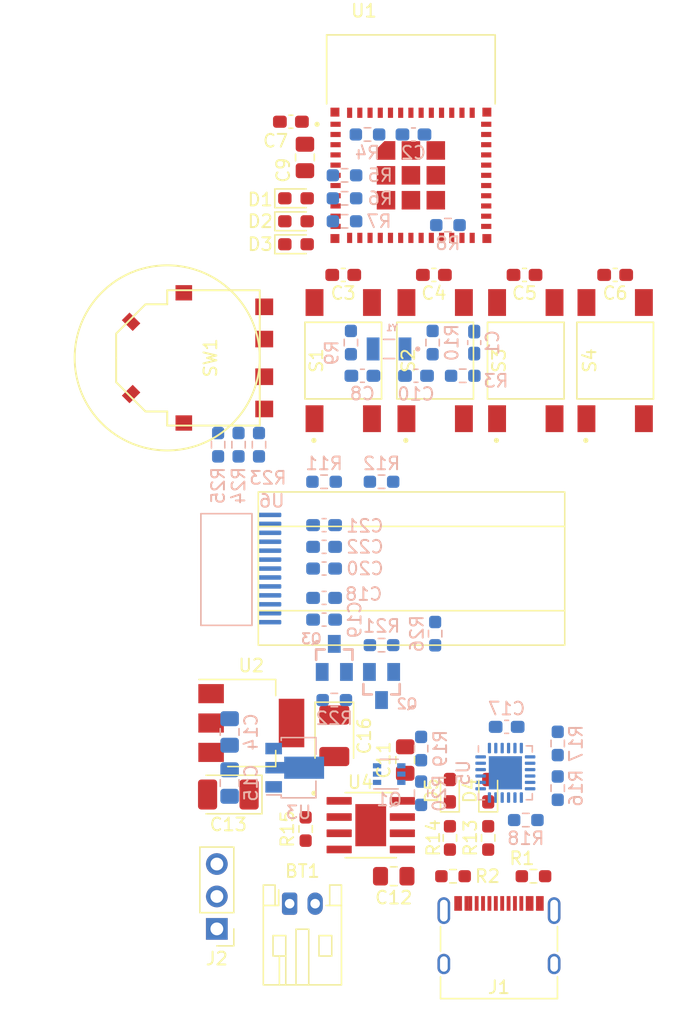
<source format=kicad_pcb>
(kicad_pcb (version 20211014) (generator pcbnew)
  (layers (0 "F.Cu" signal) (1 "In1.Cu" signal) (2 "In2.Cu" signal) (31 "B.Cu" signal) (34 "B.Paste" user) (35 "F.Paste" user) (36 "B.SilkS" user "B.Silkscreen") (37 "F.SilkS" user "F.Silkscreen") (38 "B.Mask" user) (39 "F.Mask" user) (44 "Edge.Cuts" user))
  (net 0 "")
  (net 1 "/Power/VBAT")
  (net 2 "GND")
  (net 3 "/MCU/IO0")
  (net 4 "/MCU/EN")
  (net 5 "/MCU/STRIG")
  (net 6 "/MCU/FTRIG")
  (net 7 "+3V3")
  (net 8 "Net-(C8-Pad1)")
  (net 9 "Net-(C10-Pad1)")
  (net 10 "/VBUS")
  (net 11 "Net-(C13-Pad1)")
  (net 12 "/MCU/9V")
  (net 13 "Net-(C18-Pad1)")
  (net 14 "Net-(D1-Pad2)")
  (net 15 "Net-(D2-Pad2)")
  (net 16 "Net-(D3-Pad2)")
  (net 17 "Net-(D4-Pad1)")
  (net 18 "Net-(D5-Pad1)")
  (net 19 "Net-(J1-PadA5)")
  (net 20 "/DP")
  (net 21 "/DN")
  (net 23 "Net-(J1-PadB5)")
  (net 26 "/Comms/DTR")
  (net 27 "Net-(Q1-Pad2)")
  (net 28 "/Comms/RTS")
  (net 29 "Net-(Q1-Pad5)")
  (net 30 "Net-(Q2-Pad3)")
  (net 31 "/MCU/DIS_EN")
  (net 32 "Net-(R5-Pad2)")
  (net 33 "Net-(R6-Pad2)")
  (net 34 "Net-(R7-Pad2)")
  (net 35 "Net-(R8-Pad1)")
  (net 36 "Net-(R9-Pad1)")
  (net 37 "Net-(R10-Pad1)")
  (net 38 "/MCU/Interfaces/I2C.SDA")
  (net 39 "/MCU/Interfaces/I2C.SCL")
  (net 40 "Net-(R13-Pad2)")
  (net 41 "Net-(R14-Pad2)")
  (net 42 "Net-(R15-Pad2)")
  (net 43 "Net-(R16-Pad2)")
  (net 44 "Net-(R18-Pad2)")
  (net 45 "/MCU/Interfaces/A0")
  (net 46 "/MCU/Interfaces/A1")
  (net 47 "/MCU/Interfaces/A2")
  (net 48 "/MCU/Interfaces/IREF")
  (net 54 "/Comms/RX")
  (net 55 "/Comms/TX")
  (net 60 "/MCU/RST")
  (net 77 "/MCU/Interfaces/CS")
  (net 78 "/MCU/Interfaces/D{slash}C")
  (footprint "Resistor_SMD:R_0603_1608Metric_Pad0.98x0.95mm_HandSolder" (layer "F.Cu") (at 134.5 150.3 180)
    (fp_text reference "R2" (at -2.7 0) (layer "F.SilkS"))
    (fp_text value "5k1")
    (pad "1" smd roundrect (at -0.9125 0 180) (size 0.975 0.95) (layers "F.Cu" "F.Paste" "F.Mask") (net 19 "Net-(J1-PadA5)"))
    (pad "2" smd roundrect (at 0.9125 0 180) (size 0.975 0.95) (layers "F.Cu" "F.Paste" "F.Mask") (net 2 "GND"))
  )
  (footprint "footprint:SW_4-1437565-2" (layer "F.Cu") (at 125.9 109.9125 90)
    (fp_text reference "S1" (at 0 -2.1 90) (layer "F.SilkS"))
    (fp_text value "4-1437565-2")
    (pad "1" smd rect locked (at -4.55 -2.25 90) (size 2.1 1.4) (layers "F.Cu" "F.Paste" "F.Mask") (net 2 "GND"))
    (pad "2" smd rect locked (at 4.55 -2.25 90) (size 2.1 1.4) (layers "F.Cu" "F.Paste" "F.Mask") (net 2 "GND"))
    (pad "3" smd rect locked (at -4.55 2.25 90) (size 2.1 1.4) (layers "F.Cu" "F.Paste" "F.Mask") (net 3 "/MCU/IO0"))
    (pad "4" smd rect locked (at 4.55 2.25 90) (size 2.1 1.4) (layers "F.Cu" "F.Paste" "F.Mask") (net 3 "/MCU/IO0"))
  )
  (footprint "Capacitor_Tantalum_SMD:CP_EIA-3528-21_Kemet-B_Pad1.50x2.35mm_HandSolder" (layer "F.Cu") (at 116.9 143.9 180)
    (fp_text reference "C13" (at 0 -2.35) (layer "F.SilkS"))
    (fp_text value "10u")
    (pad "1" smd roundrect (at -1.625 0 180) (size 1.5 2.35) (layers "F.Cu" "F.Paste" "F.Mask") (roundrect_rratio 0.166667) (net 11 "Net-(C13-Pad1)"))
    (pad "2" smd roundrect (at 1.625 0 180) (size 1.5 2.35) (layers "F.Cu" "F.Paste" "F.Mask") (roundrect_rratio 0.166667) (net 2 "GND"))
  )
  (footprint "LED_SMD:LED_0603_1608Metric_Pad1.05x0.95mm_HandSolder" (layer "F.Cu") (at 122.2 100.8)
    (fp_text reference "D3" (at -2.8 0) (layer "F.SilkS"))
    (fp_text value "LED_Small")
    (pad "1" smd roundrect (at -0.875 0) (size 1.05 0.95) (layers "F.Cu" "F.Paste" "F.Mask") (net 2 "GND"))
    (pad "2" smd roundrect (at 0.875 0) (size 1.05 0.95) (layers "F.Cu" "F.Paste" "F.Mask") (net 16 "Net-(D3-Pad2)"))
  )
  (footprint "LED_SMD:LED_0603_1608Metric_Pad1.05x0.95mm_HandSolder" (layer "F.Cu") (at 134.255 143.6 90)
    (fp_text reference "D5" (at 0 -1.43 90) (layer "F.SilkS"))
    (fp_text value "RED")
    (pad "1" smd roundrect (at -0.875 0 90) (size 1.05 0.95) (layers "F.Cu" "F.Paste" "F.Mask") (net 18 "Net-(D5-Pad1)"))
    (pad "2" smd roundrect (at 0.875 0 90) (size 1.05 0.95) (layers "F.Cu" "F.Paste" "F.Mask") (net 10 "/VBUS"))
  )
  (footprint "Capacitor_SMD:C_0805_2012Metric_Pad1.18x1.45mm_HandSolder" (layer "F.Cu") (at 130.755 141.2 90)
    (fp_text reference "C11" (at 0 -1.68 90) (layer "F.SilkS"))
    (fp_text value "10u")
    (pad "1" smd roundrect (at -1.0375 0 90) (size 1.175 1.45) (layers "F.Cu" "F.Paste" "F.Mask") (roundrect_rratio 0.212766) (net 10 "/VBUS"))
    (pad "2" smd roundrect (at 1.0375 0 90) (size 1.175 1.45) (layers "F.Cu" "F.Paste" "F.Mask") (roundrect_rratio 0.212766) (net 2 "GND"))
  )
  (footprint "Resistor_SMD:R_0603_1608Metric_Pad0.98x0.95mm_HandSolder" (layer "F.Cu") (at 137.255 147.3 90)
    (fp_text reference "R13" (at 0 -1.4 90) (layer "F.SilkS"))
    (fp_text value "1k")
    (pad "1" smd roundrect (at -0.9125 0 90) (size 0.975 0.95) (layers "F.Cu" "F.Paste" "F.Mask") (net 17 "Net-(D4-Pad1)"))
    (pad "2" smd roundrect (at 0.9125 0 90) (size 0.975 0.95) (layers "F.Cu" "F.Paste" "F.Mask") (net 40 "Net-(R13-Pad2)"))
  )
  (footprint "Capacitor_SMD:C_0603_1608Metric_Pad1.08x0.95mm_HandSolder" (layer "F.Cu") (at 121.8 91.2 180)
    (fp_text reference "C7" (at 1.2 -1.5) (layer "F.SilkS"))
    (fp_text value "0u1")
    (pad "1" smd roundrect (at -0.8625 0 180) (size 1.075 0.95) (layers "F.Cu" "F.Paste" "F.Mask") (net 7 "+3V3"))
    (pad "2" smd roundrect (at 0.8625 0 180) (size 1.075 0.95) (layers "F.Cu" "F.Paste" "F.Mask") (net 2 "GND"))
  )
  (footprint "Capacitor_SMD:C_0603_1608Metric_Pad1.08x0.95mm_HandSolder" (layer "F.Cu") (at 140.1 103.2 180)
    (fp_text reference "C5" (at 0 -1.43) (layer "F.SilkS"))
    (fp_text value "0u1")
    (pad "1" smd roundrect (at -0.8625 0 180) (size 1.075 0.95) (layers "F.Cu" "F.Paste" "F.Mask") (net 5 "/MCU/STRIG"))
    (pad "2" smd roundrect (at 0.8625 0 180) (size 1.075 0.95) (layers "F.Cu" "F.Paste" "F.Mask") (net 2 "GND"))
  )
  (footprint "footprint:SW_4-1437565-2" (layer "F.Cu") (at 140.2 109.9125 90)
    (fp_text reference "S3" (at 0 -2.1 90) (layer "F.SilkS"))
    (fp_text value "4-1437565-2")
    (pad "1" smd rect locked (at -4.55 -2.25 90) (size 2.1 1.4) (layers "F.Cu" "F.Paste" "F.Mask") (net 2 "GND"))
    (pad "2" smd rect locked (at 4.55 -2.25 90) (size 2.1 1.4) (layers "F.Cu" "F.Paste" "F.Mask") (net 2 "GND"))
    (pad "3" smd rect locked (at -4.55 2.25 90) (size 2.1 1.4) (layers "F.Cu" "F.Paste" "F.Mask") (net 5 "/MCU/STRIG"))
    (pad "4" smd rect locked (at 4.55 2.25 90) (size 2.1 1.4) (layers "F.Cu" "F.Paste" "F.Mask") (net 5 "/MCU/STRIG"))
  )
  (footprint "footprint:SW_4-1437565-2" (layer "F.Cu") (at 147.2 109.9125 90)
    (fp_text reference "S4" (at 0 -2 90) (layer "F.SilkS"))
    (fp_text value "4-1437565-2")
    (pad "1" smd rect locked (at -4.55 -2.25 90) (size 2.1 1.4) (layers "F.Cu" "F.Paste" "F.Mask") (net 2 "GND"))
    (pad "2" smd rect locked (at 4.55 -2.25 90) (size 2.1 1.4) (layers "F.Cu" "F.Paste" "F.Mask") (net 2 "GND"))
    (pad "3" smd rect locked (at -4.55 2.25 90) (size 2.1 1.4) (layers "F.Cu" "F.Paste" "F.Mask") (net 6 "/MCU/FTRIG"))
    (pad "4" smd rect locked (at 4.55 2.25 90) (size 2.1 1.4) (layers "F.Cu" "F.Paste" "F.Mask") (net 6 "/MCU/FTRIG"))
  )
  (footprint "footprint:SIQ-02FVS3" (layer "F.Cu") (at 113.3625 109.7 90)
    (fp_text reference "SW1" (at 0 2.1375 90 unlocked) (layer "F.SilkS"))
    (fp_text value "RotaryEncoder_Switch")
    (pad "" np_thru_hole circle (at 3 3.25 90) (size 1.55 1.55) (drill 1.55) (layers *.Cu *.Mask))
    (pad "" np_thru_hole circle (at -3 3.25 90) (size 1.55 1.55) (drill 1.55) (layers *.Cu *.Mask))
    (pad "A" smd rect (at -4 6.35 90) (size 1.3 1.4) (layers "F.Cu" "F.Paste" "F.Mask") (net 45 "/MCU/Interfaces/A0"))
    (pad "B" smd rect (at 4 6.35 90) (size 1.3 1.4) (layers "F.Cu" "F.Paste" "F.Mask") (net 46 "/MCU/Interfaces/A1"))
    (pad "C" smd rect (at 1.475 6.35 90) (size 1.3 1.4) (layers "F.Cu" "F.Paste" "F.Mask") (net 2 "GND"))
    (pad "M" smd rect (at -2.83 -4.08 135) (size 0.85 1.2) (layers "F.Cu" "F.Paste" "F.Mask"))
    (pad "M" smd rect (at 5.1 0.05 90) (size 1.2 1.3) (layers "F.Cu" "F.Paste" "F.Mask"))
    (pad "M" smd rect (at -5.1 0.05 90) (size 1.2 1.3) (layers "F.Cu" "F.Paste" "F.Mask"))
    (pad "M" smd rect (at 2.83 -4.08 225) (size 0.85 1.2) (layers "F.Cu" "F.Paste" "F.Mask"))
    (pad "S" smd rect (at -1.475 6.35 90) (size 1.3 1.4) (layers "F.Cu" "F.Paste" "F.Mask") (net 47 "/MCU/Interfaces/A2"))
  )
  (footprint "Package_TO_SOT_SMD:SOT-223-3_TabPin2" (layer "F.Cu") (at 118.7 138.3)
    (fp_text reference "U2" (at 0 -4.5) (layer "F.SilkS"))
    (fp_text value "AZ1117-3.3")
    (pad "1" smd rect (at -3.15 -2.3) (size 2 1.5) (layers "F.Cu" "F.Paste" "F.Mask") (net 2 "GND"))
    (pad "2" smd rect (at 3.15 0) (size 2 3.8) (layers "F.Cu" "F.Paste" "F.Mask") (net 7 "+3V3"))
    (pad "2" smd rect (at -3.15 0) (size 2 1.5) (layers "F.Cu" "F.Paste" "F.Mask") (net 7 "+3V3"))
    (pad "3" smd rect (at -3.15 2.3) (size 2 1.5) (layers "F.Cu" "F.Paste" "F.Mask") (net 11 "Net-(C13-Pad1)"))
  )
  (footprint "LED_SMD:LED_0603_1608Metric_Pad1.05x0.95mm_HandSolder" (layer "F.Cu") (at 137.255 143.6 90)
    (fp_text reference "D4" (at 0 -1.43 90) (layer "F.SilkS"))
    (fp_text value "GREEN")
    (pad "1" smd roundrect (at -0.875 0 90) (size 1.05 0.95) (layers "F.Cu" "F.Paste" "F.Mask") (net 17 "Net-(D4-Pad1)"))
    (pad "2" smd roundrect (at 0.875 0 90) (size 1.05 0.95) (layers "F.Cu" "F.Paste" "F.Mask") (net 10 "/VBUS"))
  )
  (footprint "Connector_USB:USB_C_Receptacle_XKB_U262-16XN-4BVC11" (layer "F.Cu") (at 138.1 156.1)
    (fp_text reference "J1" (at 0 2.9) (layer "F.SilkS"))
    (fp_text value "USB_C_Receptacle_USB2.0")
    (pad "" np_thru_hole circle (at -2.89 -2.605) (size 0.65 0.65) (drill 0.65) (layers *.Cu *.Mask))
    (pad "" np_thru_hole circle (at 2.89 -2.605) (size 0.65 0.65) (drill 0.65) (layers *.Cu *.Mask))
    (pad "A1" smd rect (at -3.35 -3.67) (size 0.3 1.15) (layers "F.Cu" "F.Paste" "F.Mask") (net 2 "GND"))
    (pad "A4" smd rect (at -2.55 -3.67) (size 0.3 1.15) (layers "F.Cu" "F.Paste" "F.Mask") (net 10 "/VBUS"))
    (pad "A5" smd rect (at -1.25 -3.67) (size 0.3 1.15) (layers "F.Cu" "F.Paste" "F.Mask") (net 19 "Net-(J1-PadA5)"))
    (pad "A6" smd rect (at -0.25 -3.67) (size 0.3 1.15) (layers "F.Cu" "F.Paste" "F.Mask") (net 20 "/DP"))
    (pad "A7" smd rect (at 0.25 -3.67) (size 0.3 1.15) (layers "F.Cu" "F.Paste" "F.Mask") (net 21 "/DN"))
    (pad "A8" smd rect (at 1.25 -3.67) (size 0.3 1.15) (layers "F.Cu" "F.Paste" "F.Mask"))
    (pad "A9" smd rect (at 2.55 -3.67) (size 0.3 1.15) (layers "F.Cu" "F.Paste" "F.Mask") (net 10 "/VBUS"))
    (pad "A12" smd rect (at 3.35 -3.67) (size 0.3 1.15) (layers "F.Cu" "F.Paste" "F.Mask") (net 2 "GND"))
    (pad "B1" smd rect (at 3.05 -3.67) (size 0.3 1.15) (layers "F.Cu" "F.Paste" "F.Mask") (net 2 "GND"))
    (pad "B4" smd rect (at 2.25 -3.67) (size 0.3 1.15) (layers "F.Cu" "F.Paste" "F.Mask") (net 10 "/VBUS"))
    (pad "B5" smd rect (at 1.75 -3.67) (size 0.3 1.15) (layers "F.Cu" "F.Paste" "F.Mask") (net 23 "Net-(J1-PadB5)"))
    (pad "B6" smd rect (at 0.75 -3.67) (size 0.3 1.15) (layers "F.Cu" "F.Paste" "F.Mask") (net 20 "/DP"))
    (pad "B7" smd rect (at -0.75 -3.67) (size 0.3 1.15) (layers "F.Cu" "F.Paste" "F.Mask") (net 21 "/DN"))
    (pad "B8" smd rect (at -1.75 -3.67) (size 0.3 1.15) (layers "F.Cu" "F.Paste" "F.Mask"))
    (pad "B9" smd rect (at -2.25 -3.67) (size 0.3 1.15) (layers "F.Cu" "F.Paste" "F.Mask") (net 10 "/VBUS"))
    (pad "B12" smd rect (at -3.05 -3.67) (size 0.3 1.15) (layers "F.Cu" "F.Paste" "F.Mask") (net 2 "GND"))
    (pad "S1" thru_hole oval (at 4.32 -3.105) (size 1 2.1) (drill oval 0.6 1.7) (layers *.Cu *.Mask) (net 2 "GND"))
    (pad "S1" thru_hole oval (at -4.32 -3.105) (size 1 2.1) (drill oval 0.6 1.7) (layers *.Cu *.Mask) (net 2 "GND"))
    (pad "S1" thru_hole oval (at -4.32 1.075) (size 1 1.6) (drill oval 0.6 1.2) (layers *.Cu *.Mask) (net 2 "GND"))
    (pad "S1" thru_hole oval (at 4.32 1.075) (size 1 1.6) (drill oval 0.6 1.2) (layers *.Cu *.Mask) (net 2 "GND"))
  )
  (footprint "Capacitor_SMD:C_0603_1608Metric_Pad1.08x0.95mm_HandSolder" (layer "F.Cu") (at 133 103.2 180)
    (fp_text reference "C4" (at 0 -1.43) (layer "F.SilkS"))
    (fp_text value "0u1")
    (pad "1" smd roundrect (at -0.8625 0 180) (size 1.075 0.95) (layers "F.Cu" "F.Paste" "F.Mask") (net 4 "/MCU/EN"))
    (pad "2" smd roundrect (at 0.8625 0 180) (size 1.075 0.95) (layers "F.Cu" "F.Paste" "F.Mask") (net 2 "GND"))
  )
  (footprint "Capacitor_Tantalum_SMD:CP_EIA-3528-21_Kemet-B_Pad1.50x2.35mm_HandSolder" (layer "F.Cu") (at 125.2 139.3 -90)
    (fp_text reference "C16" (at 0 -2.35 90) (layer "F.SilkS"))
    (fp_text value "22u")
    (pad "1" smd roundrect (at -1.625 0 270) (size 1.5 2.35) (layers "F.Cu" "F.Paste" "F.Mask") (roundrect_rratio 0.166667) (net 7 "+3V3"))
    (pad "2" smd roundrect (at 1.625 0 270) (size 1.5 2.35) (layers "F.Cu" "F.Paste" "F.Mask") (roundrect_rratio 0.166667) (net 2 "GND"))
  )
  (footprint "Capacitor_SMD:C_0603_1608Metric_Pad1.08x0.95mm_HandSolder" (layer "F.Cu") (at 125.9 103.2 180)
    (fp_text reference "C3" (at 0 -1.43) (layer "F.SilkS"))
    (fp_text value "0u1")
    (pad "1" smd roundrect (at -0.8625 0 180) (size 1.075 0.95) (layers "F.Cu" "F.Paste" "F.Mask") (net 3 "/MCU/IO0"))
    (pad "2" smd roundrect (at 0.8625 0 180) (size 1.075 0.95) (layers "F.Cu" "F.Paste" "F.Mask") (net 2 "GND"))
  )
  (footprint "Capacitor_SMD:C_0805_2012Metric_Pad1.18x1.45mm_HandSolder" (layer "F.Cu") (at 129.855 150.3 180)
    (fp_text reference "C12" (at 0 -1.68) (layer "F.SilkS"))
    (fp_text value "10u")
    (pad "1" smd roundrect (at -1.0375 0 180) (size 1.175 1.45) (layers "F.Cu" "F.Paste" "F.Mask") (roundrect_rratio 0.212766) (net 1 "/Power/VBAT"))
    (pad "2" smd roundrect (at 1.0375 0 180) (size 1.175 1.45) (layers "F.Cu" "F.Paste" "F.Mask") (roundrect_rratio 0.212766) (net 2 "GND"))
  )
  (footprint "LED_SMD:LED_0603_1608Metric_Pad1.05x0.95mm_HandSolder" (layer "F.Cu") (at 122.2 99)
    (fp_text reference "D2" (at -2.8 0) (layer "F.SilkS"))
    (fp_text value "LED_Small")
    (pad "1" smd roundrect (at -0.875 0) (size 1.05 0.95) (layers "F.Cu" "F.Paste" "F.Mask") (net 2 "GND"))
    (pad "2" smd roundrect (at 0.875 0) (size 1.05 0.95) (layers "F.Cu" "F.Paste" "F.Mask") (net 15 "Net-(D2-Pad2)"))
  )
  (footprint "footprint:SW_4-1437565-2" (layer "F.Cu") (at 133.1 109.9125 90)
    (fp_text reference "S2" (at 0 -2.1 90) (layer "F.SilkS"))
    (fp_text value "4-1437565-2")
    (pad "1" smd rect locked (at -4.55 -2.25 90) (size 2.1 1.4) (layers "F.Cu" "F.Paste" "F.Mask") (net 2 "GND"))
    (pad "2" smd rect locked (at 4.55 -2.25 90) (size 2.1 1.4) (layers "F.Cu" "F.Paste" "F.Mask") (net 2 "GND"))
    (pad "3" smd rect locked (at -4.55 2.25 90) (size 2.1 1.4) (layers "F.Cu" "F.Paste" "F.Mask") (net 4 "/MCU/EN"))
    (pad "4" smd rect locked (at 4.55 2.25 90) (size 2.1 1.4) (layers "F.Cu" "F.Paste" "F.Mask") (net 4 "/MCU/EN"))
  )
  (footprint "Connector_JST:JST_PH_S2B-PH-K_1x02_P2.00mm_Horizontal" (layer "F.Cu") (at 121.7 152.45)
    (fp_text reference "BT1" (at 1 -2.55) (layer "F.SilkS"))
    (fp_text value "18650")
    (pad "1" thru_hole roundrect (at 0 0) (size 1.2 1.75) (drill 0.75) (layers *.Cu *.Mask) (roundrect_rratio 0.208333) (net 1 "/Power/VBAT"))
    (pad "2" thru_hole oval (at 2 0) (size 1.2 1.75) (drill 0.75) (layers *.Cu *.Mask) (net 2 "GND"))
  )
  (footprint "Resistor_SMD:R_0603_1608Metric_Pad0.98x0.95mm_HandSolder" (layer "F.Cu") (at 134.255 147.3 -90)
    (fp_text reference "R14" (at 0 1.3 90) (layer "F.SilkS"))
    (fp_text value "1k")
    (pad "1" smd roundrect (at -0.9125 0 270) (size 0.975 0.95) (layers "F.Cu" "F.Paste" "F.Mask") (net 18 "Net-(D5-Pad1)"))
    (pad "2" smd roundrect (at 0.9125 0 270) (size 0.975 0.95) (layers "F.Cu" "F.Paste" "F.Mask") (net 41 "Net-(R14-Pad2)"))
  )
  (footprint "Resistor_SMD:R_0603_1608Metric_Pad0.98x0.95mm_HandSolder" (layer "F.Cu") (at 122.955 146.6 90)
    (fp_text reference "R15" (at 0 -1.43 90) (layer "F.SilkS"))
    (fp_text value "1k33")
    (pad "1" smd roundrect (at -0.9125 0 90) (size 0.975 0.95) (layers "F.Cu" "F.Paste" "F.Mask") (net 2 "GND"))
    (pad "2" smd roundrect (at 0.9125 0 90) (size 0.975 0.95) (layers "F.Cu" "F.Paste" "F.Mask") (net 42 "Net-(R15-Pad2)"))
  )
  (footprint "Capacitor_SMD:C_0603_1608Metric_Pad1.08x0.95mm_HandSolder" (layer "F.Cu") (at 147.2 103.2 180)
    (fp_text reference "C6" (at 0 -1.43) (layer "F.SilkS"))
    (fp_text value "0u1")
    (pad "1" smd roundrect (at -0.8625 0 180) (size 1.075 0.95) (layers "F.Cu" "F.Paste" "F.Mask") (net 6 "/MCU/FTRIG"))
    (pad "2" smd roundrect (at 0.8625 0 180) (size 1.075 0.95) (layers "F.Cu" "F.Paste" "F.Mask") (net 2 "GND"))
  )
  (footprint "Resistor_SMD:R_0603_1608Metric_Pad0.98x0.95mm_HandSolder" (layer "F.Cu") (at 140.8 150.3)
    (fp_text reference "R1" (at -0.9 -1.4) (layer "F.SilkS"))
    (fp_text value "5k1")
    (pad "1" smd roundrect (at -0.9125 0) (size 0.975 0.95) (layers "F.Cu" "F.Paste" "F.Mask") (net 23 "Net-(J1-PadB5)"))
    (pad "2" smd roundrect (at 0.9125 0) (size 0.975 0.95) (layers "F.Cu" "F.Paste" "F.Mask") (net 2 "GND"))
  )
  (footprint "LED_SMD:LED_0603_1608Metric_Pad1.05x0.95mm_HandSolder" (layer "F.Cu") (at 122.2 97.2)
    (fp_text reference "D1" (at -2.8 0.1) (layer "F.SilkS"))
    (fp_text value "LED_Small")
    (pad "1" smd roundrect (at -0.875 0) (size 1.05 0.95) (layers "F.Cu" "F.Paste" "F.Mask") (net 2 "GND"))
    (pad "2" smd roundrect (at 0.875 0) (size 1.05 0.95) (layers "F.Cu" "F.Paste" "F.Mask") (net 14 "Net-(D1-Pad2)"))
  )
  (footprint "footprint:MODULE_ESP32-PICO-MINI-02" (layer "F.Cu") (at 131.2 95.4)
    (fp_text reference "U1" (at -3.675 -12.885) (layer "F.SilkS"))
    (fp_text value "ESP32-PICO-MINI-02")
    (pad "1" smd rect locked (at -5.9 -4) (size 0.8 0.4) (layers "F.Cu" "F.Paste" "F.Mask") (net 2 "GND"))
    (pad "2" smd rect locked (at -5.9 -3.2) (size 0.8 0.4) (layers "F.Cu" "F.Paste" "F.Mask") (net 2 "GND"))
    (pad "3" smd rect locked (at -5.9 -2.4) (size 0.8 0.4) (layers "F.Cu" "F.Paste" "F.Mask") (net 7 "+3V3"))
    (pad "4" smd rect locked (at -5.9 -1.6) (size 0.8 0.4) (layers "F.Cu" "F.Paste" "F.Mask"))
    (pad "5" smd rect locked (at -5.9 -0.8) (size 0.8 0.4) (layers "F.Cu" "F.Paste" "F.Mask") (net 32 "Net-(R5-Pad2)"))
    (pad "6" smd rect locked (at -5.9 0) (size 0.8 0.4) (layers "F.Cu" "F.Paste" "F.Mask") (net 33 "Net-(R6-Pad2)"))
    (pad "7" smd rect locked (at -5.9 0.8) (size 0.8 0.4) (layers "F.Cu" "F.Paste" "F.Mask") (net 34 "Net-(R7-Pad2)"))
    (pad "8" smd rect locked (at -5.9 1.6) (size 0.8 0.4) (layers "F.Cu" "F.Paste" "F.Mask") (net 4 "/MCU/EN"))
    (pad "9" smd rect locked (at -5.9 2.4) (size 0.8 0.4) (layers "F.Cu" "F.Paste" "F.Mask"))
    (pad "10" smd rect locked (at -5.9 3.2) (size 0.8 0.4) (layers "F.Cu" "F.Paste" "F.Mask"))
    (pad "11" smd rect locked (at -5.9 4) (size 0.8 0.4) (layers "F.Cu" "F.Paste" "F.Mask") (net 2 "GND"))
    (pad "12" smd rect locked (at -4.8 4.9) (size 0.4 0.8) (layers "F.Cu" "F.Paste" "F.Mask") (net 37 "Net-(R10-Pad1)"))
    (pad "13" smd rect locked (at -4 4.9) (size 0.4 0.8) (layers "F.Cu" "F.Paste" "F.Mask") (net 36 "Net-(R9-Pad1)"))
    (pad "14" smd rect locked (at -3.2 4.9) (size 0.4 0.8) (layers "F.Cu" "F.Paste" "F.Mask") (net 2 "GND"))
    (pad "15" smd rect locked (at -2.4 4.9) (size 0.4 0.8) (layers "F.Cu" "F.Paste" "F.Mask") (net 46 "/MCU/Interfaces/A1"))
    (pad "16" smd rect locked (at -1.6 4.9) (size 0.4 0.8) (layers "F.Cu" "F.Paste" "F.Mask") (net 47 "/MCU/Interfaces/A2"))
    (pad "17" smd rect locked (at -0.8 4.9) (size 0.4 0.8) (layers "F.Cu" "F.Paste" "F.Mask"))
    (pad "18" smd rect locked (at 0 4.9) (size 0.4 0.8) (layers "F.Cu" "F.Paste" "F.Mask") (net 5 "/MCU/STRIG"))
    (pad "19" smd rect locked (at 0.8 4.9) (size 0.4 0.8) (layers "F.Cu" "F.Paste" "F.Mask") (net 35 "Net-(R8-Pad1)"))
    (pad "20" smd rect locked (at 1.6 4.9) (size 0.4 0.8) (layers "F.Cu" "F.Paste" "F.Mask") (net 60 "/MCU/RST"))
    (pad "21" smd rect locked (at 2.4 4.9) (size 0.4 0.8) (layers "F.Cu" "F.Paste" "F.Mask") (net 6 "/MCU/FTRIG"))
    (pad "22" smd rect locked (at 3.2 4.9) (size 0.4 0.8) (layers "F.Cu" "F.Paste" "F.Mask"))
    (pad "23" smd rect locked (at 4 4.9) (size 0.4 0.8) (layers "F.Cu" "F.Paste" "F.Mask") (net 3 "/MCU/IO0"))
    (pad "24" smd rect locked (at 4.8 4.9) (size 0.4 0.8) (layers "F.Cu" "F.Paste" "F.Mask"))
    (pad "25" smd rect locked (at 5.9 4) (size 0.8 0.4) (layers "F.Cu" "F.Paste" "F.Mask"))
    (pad "26" smd rect locked (at 5.9 3.2) (size 0.8 0.4) (layers "F.Cu" "F.Paste" "F.Mask") (net 39 "/MCU/Interfaces/I2C.SCL"))
    (pad "27" smd rect locked (at 5.9 2.4) (size 0.8 0.4) (layers "F.Cu" "F.Paste" "F.Mask"))
    (pad "28" smd rect locked (at 5.9 1.6) (size 0.8 0.4) (layers "F.Cu" "F.Paste" "F.Mask") (net 31 "/MCU/DIS_EN"))
    (pad "29" smd rect locked (at 5.9 0.8) (size 0.8 0.4) (layers "F.Cu" "F.Paste" "F.Mask"))
    (pad "30" smd rect locked (at 5.9 0) (size 0.8 0.4) (layers "F.Cu" "F.Paste" "F.Mask") (net 55 "/Comms/TX"))
    (pad "31" smd rect locked (at 5.9 -0.8) (size 0.8 0.4) (layers "F.Cu" "F.Paste" "F.Mask") (net 54 "/Comms/RX"))
    (pad "32" smd rect locked (at 5.9 -1.6) (size 0.8 0.4) (layers "F.Cu" "F.Paste" "F.Mask"))
    (pad "33" smd rect locked (at 5.9 -2.4) (size 0.8 0.4) (layers "F.Cu" "F.Paste" "F.Mask") (net 38 "/MCU/Interfaces/I2C.SDA"))
    (pad "34" smd rect locked (at 5.9 -3.2) (size 0.8 0.4) (layers "F.Cu" "F.Paste" "F.Mask") (net 45 "/MCU/Interfaces/A0"))
    (pad "35" smd rect locked (at 5.9 -4) (size 0.8 0.4) (layers "F.Cu" "F.Paste" "F.Mask"))
    (pad "36" smd rect locked (at 4.8 -4.9) (size 0.4 0.8) (layers "F.Cu" "F.Paste" "F.Mask") (net 2 "GND"))
    (pad "37" smd rect locked (at 4 -4.9) (size 0.4 0.8) (layers "F.Cu" "F.Paste" "F.Mask") (net 2 "GND"))
    (pad "38" smd rect locked (at 3.2 -4.9) (size 0.4 0.8) (layers "F.Cu" "F.Paste" "F.Mask") (net 2 "GND"))
    (pad "39" smd rect locked (at 2.4 -4.9) (size 0.4 0.8) (layers "F.Cu" "F.Paste" "F.Mask") (net 2 "GND"))
    (pad "40" smd rect locked (at 1.6 -4.9) (size 0.4 0.8) (layers "F.Cu" "F.Paste" "F.Mask") (net 2 "GND"))
    (pad "41" smd rect locked (at 0.8 -4.9) (size 0.4 0.8) (layers "F.Cu" "F.Paste" "F.Mask") (net 2 "GND"))
    (pad "42" smd rect locked (at 0 -4.9) (size 0.4 0.8) (layers "F.Cu" "F.Paste" "F.Mask") (net 2 "GND"))
    (pad "43" smd rect locked (at -0.8 -4.9) (size 0.4 0.8) (layers "F.Cu" "F.Paste" "F.Mask") (net 2 "GND"))
    (pad "44" smd rect locked (at -1.6 -4.9) (size 0.4 0.8) (layers "F.Cu" "F.Paste" "F.Mask") (net 2 "GND"))
    (pad "45" smd rect locked (at -2.4 -4.9) (size 0.4 0.8) (layers "F.Cu" "F.Paste" "F.Mask") (net 2 "GND"))
    (pad "46" smd rect locked (at -3.2 -4.9) (size 0.4 0.8) (layers "F.Cu" "F.Paste" "F.Mask") (net 2 "GND"))
    (pad "47" smd rect locked (at -4 -4.9) (size 0.4 0.8) (layers "F.Cu" "F.Paste" "F.Mask") (net 2 "GND"))
    (pad "48" smd rect locked (at -4.8 -4.9) (size 0.4 0.8) (layers "F.Cu" "F.Paste" "F.Mask") (net 2 "GND"))
    (pad "49" smd rect locked (at 0 0) (size 1.45 1.45) (layers "F.Cu" "F.Paste" "F.Mask") (net 2 "GND"))
    (pad "50" smd rect locked (at 5.95 -4.95) (size 0.7 0.7) (layers "F.Cu" "F.Paste" "F.Mask") (net 2 "GND"))
    (pad "51" smd rect locked (at 5.95 4.95) (size 0.7 0.7) (layers "F.Cu" "F.Paste" "F.Mask") (net 2 "GND"))
    (pad "52" smd rect locked (at -5.95 4.95) (size 0.7 0.7) (layers "F.Cu" "F.Paste" "F.Mask") (net 2 "GND"))
    (pad "53" smd rect locked (at -5.95 -4.95) (size 0.7 0.7) (layers "F.Cu" "F.Paste" "F.Mask") (net 2 "GND"))
    (pad "54" smd rect locked (at -1.95 0) (size 1.45 1.45) (layers "F.Cu" "F.Paste" "F.Mask") (net 2 "GND"))
    (pad "55" smd rect locked (at -1.95 1.95) (size 1.45 1.45) (layers "F.Cu" "F.Paste" "F.Mask") (net 2 "GND"))
    (pad "56" smd rect locked (at 0 1.95) (size 1.45 1.45) (layers "F.Cu" "F.Paste" "F.Mask") (net 2 "GND"))
    (pad "57" smd rect locked (at 1.95 1.95) (size 1.45 1.45) (layers "F.Cu" "F.Paste" "F.Mask") (net 2 "GND"))
    (pad "58" smd rect locked (at 1.95 0) (size 1.45 1.45) (layers "F.Cu" "F.Paste" "F.Mask") (net 2 "GND"))
    (pad "59" smd rect locked (at 1.95 -1.95) (size 1.45 1.45) (layers "F.Cu" "F.Paste" "F.Mask") (net 2 "GND"))
    (pad "60" smd rect locked (at 0 -1.95) (size 1.45 1.45) (layers "F.Cu" "F.Paste" "F.Mask") (net 2 "GND"))
    (pad "61" smd custom locked (at -1.95 -1.95) (size 0.5 0.5) (layers "F.Cu") (net 2 "GND") (options (clearance outline) (anchor rect)) (primitives (gr_poly (pts (xy 0.725 0.725) (xy 0.725 -0.725) (xy -0.125 -0.725) (xy -0.725 -0.125) (xy -0.725 0.725)) (width 0.01) (fill yes))))
  )
  (footprint "footprint:SOP127P600X175-9N" (layer "F.Cu") (at 128.055 146.3)
    (fp_text reference "U4" (at -0.795 -3.362) (layer "F.SilkS"))
    (fp_text value "TP4056")
    (pad "1" smd roundrect locked (at -2.475 -1.905) (size 1.97 0.6) (layers "F.Cu" "F.Paste" "F.Mask") (roundrect_rratio 0.07) (net 2 "GND"))
    (pad "2" smd roundrect locked (at -2.475 -0.635) (size 1.97 0.6) (layers "F.Cu" "F.Paste" "F.Mask") (roundrect_rratio 0.07) (net 42 "Net-(R15-Pad2)"))
    (pad "3" smd roundrect locked (at -2.475 0.635) (size 1.97 0.6) (layers "F.Cu" "F.Paste" "F.Mask") (roundrect_rratio 0.07) (net 2 "GND"))
    (pad "4" smd roundrect locked (at -2.475 1.905) (size 1.97 0.6) (layers "F.Cu" "F.Paste" "F.Mask") (roundrect_rratio 0.07) (net 10 "/VBUS"))
    (pad "5" smd roundrect locked (at 2.475 1.905) (size 1.97 0.6) (layers "F.Cu" "F.Paste" "F.Mask") (roundrect_rratio 0.07) (net 1 "/Power/VBAT"))
    (pad "6" smd roundrect locked (at 2.475 0.635) (size 1.97 0.6) (layers "F.Cu" "F.Paste" "F.Mask") (roundrect_rratio 0.07) (net 40 "Net-(R13-Pad2)"))
    (pad "7" smd roundrect locked (at 2.475 -0.635) (size 1.97 0.6) (layers "F.Cu" "F.Paste" "F.Mask") (roundrect_rratio 0.07) (net 41 "Net-(R14-Pad2)"))
    (pad "8" smd roundrect locked (at 2.475 -1.905) (size 1.97 0.6) (layers "F.Cu" "F.Paste" "F.Mask") (roundrect_rratio 0.07) (net 10 "/VBUS"))
    (pad "9" smd rect locked (at 0 0) (size 2.413 3.302) (layers "F.Cu" "F.Mask") (net 2 "GND"))
  )
  (footprint "Connector_PinHeader_2.54mm:PinHeader_1x03_P2.54mm_Vertical" (layer "F.Cu") (at 116 154.425 180)
    (fp_text reference "J2" (at 0 -2.33) (layer "F.SilkS"))
    (fp_text value "Switch")
    (pad "1" thru_hole rect (at 0 0 180) (size 1.7 1.7) (drill 1) (layers *.Cu *.Mask))
    (pad "2" thru_hole oval (at 0 2.54 180) (size 1.7 1.7) (drill 1) (layers *.Cu *.Mask) (net 1 "/Power/VBAT"))
    (pad "3" thru_hole oval (at 0 5.08 180) (size 1.7 1.7) (drill 1) (layers *.Cu *.Mask) (net 11 "Net-(C13-Pad1)"))
  )
  (footprint "Capacitor_SMD:C_0805_2012Metric_Pad1.18x1.45mm_HandSolder" (layer "F.Cu") (at 122.9 94 -90)
    (fp_text reference "C9" (at 1 1.7 90) (layer "F.SilkS"))
    (fp_text value "10u")
    (pad "1" smd roundrect (at -1.0375 0 270) (size 1.175 1.45) (layers "F.Cu" "F.Paste" "F.Mask") (roundrect_rratio 0.212766) (net 7 "+3V3"))
    (pad "2" smd roundrect (at 1.0375 0 270) (size 1.175 1.45) (layers "F.Cu" "F.Paste" "F.Mask") (roundrect_rratio 0.212766) (net 2 "GND"))
  )
  (footprint "Resistor_SMD:R_0603_1608Metric_Pad0.98x0.95mm_HandSolder" (layer "B.Cu") (at 134.1 99.3)
    (fp_text reference "R8" (at 0 1.43) (layer "B.SilkS") (effects (justify mirror)))
    (fp_text value "50")
    (pad "1" smd roundrect (at -0.9125 0) (size 0.975 0.95) (layers "B.Cu" "B.Paste" "B.Mask") (net 35 "Net-(R8-Pad1)"))
    (pad "2" smd roundrect (at 0.9125 0) (size 0.975 0.95) (layers "B.Cu" "B.Paste" "B.Mask") (net 2 "GND"))
  )
  (footprint "Resistor_SMD:R_0603_1608Metric_Pad0.98x0.95mm_HandSolder" (layer "B.Cu") (at 126 99)
    (fp_text reference "R7" (at 2.7 0) (layer "B.SilkS") (effects (justify mirror)))
    (fp_text value "100")
    (pad "1" smd roundrect (at -0.9125 0) (size 0.975 0.95) (layers "B.Cu" "B.Paste" "B.Mask") (net 16 "Net-(D3-Pad2)"))
    (pad "2" smd roundrect (at 0.9125 0) (size 0.975 0.95) (layers "B.Cu" "B.Paste" "B.Mask") (net 34 "Net-(R7-Pad2)"))
  )
  (footprint "Capacitor_SMD:C_0603_1608Metric_Pad1.08x0.95mm_HandSolder" (layer "B.Cu") (at 124.4 130.2 180)
    (fp_text reference "C19" (at -2.4 0 90) (layer "B.SilkS") (effects (justify mirror)))
    (fp_text value "4u7")
    (pad "1" smd roundrect (at -0.8625 0 180) (size 1.075 0.95) (layers "B.Cu" "B.Paste" "B.Mask") (net 13 "Net-(C18-Pad1)"))
    (pad "2" smd roundrect (at 0.8625 0 180) (size 1.075 0.95) (layers "B.Cu" "B.Paste" "B.Mask") (net 2 "GND"))
  )
  (footprint "Resistor_SMD:R_0603_1608Metric_Pad0.98x0.95mm_HandSolder" (layer "B.Cu") (at 125.2 136.5)
    (fp_text reference "R22" (at 0 1.43) (layer "B.SilkS") (effects (justify mirror)))
    (fp_text value "47k")
    (pad "1" smd roundrect (at -0.9125 0) (size 0.975 0.95) (layers "B.Cu" "B.Paste" "B.Mask") (net 12 "/MCU/9V"))
    (pad "2" smd roundrect (at 0.9125 0) (size 0.975 0.95) (layers "B.Cu" "B.Paste" "B.Mask") (net 30 "Net-(Q2-Pad3)"))
  )
  (footprint "Resistor_SMD:R_0603_1608Metric_Pad0.98x0.95mm_HandSolder" (layer "B.Cu") (at 133.1 131.3 -90)
    (fp_text reference "R26" (at 0 1.43 90) (layer "B.SilkS") (effects (justify mirror)))
    (fp_text value "560k")
    (pad "1" smd roundrect (at -0.9125 0 270) (size 0.975 0.95) (layers "B.Cu" "B.Paste" "B.Mask") (net 48 "/MCU/Interfaces/IREF"))
    (pad "2" smd roundrect (at 0.9125 0 270) (size 0.975 0.95) (layers "B.Cu" "B.Paste" "B.Mask") (net 2 "GND"))
  )
  (footprint "Resistor_SMD:R_0603_1608Metric_Pad0.98x0.95mm_HandSolder" (layer "B.Cu") (at 142.7 143.4 90)
    (fp_text reference "R16" (at 0 1.43 90) (layer "B.SilkS") (effects (justify mirror)))
    (fp_text value "22k1")
    (pad "1" smd roundrect (at -0.9125 0 90) (size 0.975 0.95) (layers "B.Cu" "B.Paste" "B.Mask") (net 10 "/VBUS"))
    (pad "2" smd roundrect (at 0.9125 0 90) (size 0.975 0.95) (layers "B.Cu" "B.Paste" "B.Mask") (net 43 "Net-(R16-Pad2)"))
  )
  (footprint "Capacitor_SMD:C_0805_2012Metric_Pad1.18x1.45mm_HandSolder" (layer "B.Cu") (at 117 139 90)
    (fp_text reference "C14" (at 0 1.68 90) (layer "B.SilkS") (effects (justify mirror)))
    (fp_text value "0u33")
    (pad "1" smd roundrect (at -1.0375 0 90) (size 1.175 1.45) (layers "B.Cu" "B.Paste" "B.Mask") (roundrect_rratio 0.212766) (net 11 "Net-(C13-Pad1)"))
    (pad "2" smd roundrect (at 1.0375 0 90) (size 1.175 1.45) (layers "B.Cu" "B.Paste" "B.Mask") (roundrect_rratio 0.212766) (net 2 "GND"))
  )
  (footprint "Capacitor_SMD:C_0603_1608Metric_Pad1.08x0.95mm_HandSolder" (layer "B.Cu") (at 124.4 126.2)
    (fp_text reference "C20" (at 3.2 0) (layer "B.SilkS") (effects (justify mirror)))
    (fp_text value "2u2")
    (pad "1" smd roundrect (at -0.8625 0) (size 1.075 0.95) (layers "B.Cu" "B.Paste" "B.Mask") (net 7 "+3V3"))
    (pad "2" smd roundrect (at 0.8625 0) (size 1.075 0.95) (layers "B.Cu" "B.Paste" "B.Mask") (net 2 "GND"))
  )
  (footprint "Resistor_SMD:R_0603_1608Metric_Pad0.98x0.95mm_HandSolder" (layer "B.Cu") (at 132 143.8 90)
    (fp_text reference "R20" (at 0 1.43 90) (layer "B.SilkS") (effects (justify mirror)))
    (fp_text value "10k")
    (pad "1" smd roundrect (at -0.9125 0 90) (size 0.975 0.95) (layers "B.Cu" "B.Paste" "B.Mask") (net 26 "/Comms/DTR"))
    (pad "2" smd roundrect (at 0.9125 0 90) (size 0.975 0.95) (layers "B.Cu" "B.Paste" "B.Mask") (net 29 "Net-(Q1-Pad5)"))
  )
  (footprint "Package_TO_SOT_SMD:SOT-89-3" (layer "B.Cu") (at 122.1 141.8)
    (fp_text reference "U3" (at 0.3 3.5) (layer "B.SilkS") (effects (justify mirror)))
    (fp_text value "L78L09_SOT89")
    (pad "1" smd rect (at -1.65 1.5) (size 1.3 0.9) (layers "B.Cu" "B.Paste" "B.Mask") (net 12 "/MCU/9V"))
    (pad "2" smd custom (at -1.5625 0) (size 1.475 0.9) (layers "B.Cu" "B.Paste" "B.Mask") (net 2 "GND") (options (clearance outline) (anchor rect)) (primitives (gr_poly (pts (xy 3.8625 -0.8665) (xy 0.7375 -0.8665) (xy 0.7375 0.8665) (xy 3.8625 0.8665)) (width 0) (fill yes))))
    (pad "3" smd rect (at -1.65 -1.5) (size 1.3 0.9) (layers "B.Cu" "B.Paste" "B.Mask") (net 11 "Net-(C13-Pad1)"))
  )
  (footprint "Resistor_SMD:R_0603_1608Metric_Pad0.98x0.95mm_HandSolder" (layer "B.Cu") (at 124.4 119.4 180)
    (fp_text reference "R11" (at 0 1.43) (layer "B.SilkS") (effects (justify mirror)))
    (fp_text value "4.6k")
    (pad "1" smd roundrect (at -0.9125 0 180) (size 0.975 0.95) (layers "B.Cu" "B.Paste" "B.Mask") (net 7 "+3V3"))
    (pad "2" smd roundrect (at 0.9125 0 180) (size 0.975 0.95) (layers "B.Cu" "B.Paste" "B.Mask") (net 38 "/MCU/Interfaces/I2C.SDA"))
  )
  (footprint "Resistor_SMD:R_0603_1608Metric_Pad0.98x0.95mm_HandSolder" (layer "B.Cu") (at 140.2 145.9)
    (fp_text reference "R18" (at 0 1.43) (layer "B.SilkS") (effects (justify mirror)))
    (fp_text value "10k")
    (pad "1" smd roundrect (at -0.9125 0) (size 0.975 0.95) (layers "B.Cu" "B.Paste" "B.Mask") (net 7 "+3V3"))
    (pad "2" smd roundrect (at 0.9125 0) (size 0.975 0.95) (layers "B.Cu" "B.Paste" "B.Mask") (net 44 "Net-(R18-Pad2)"))
  )
  (footprint "Capacitor_SMD:C_0603_1608Metric_Pad1.08x0.95mm_HandSolder" (layer "B.Cu") (at 131.6 111.1)
    (fp_text reference "C10" (at 0 1.43) (layer "B.SilkS") (effects (justify mirror)))
    (fp_text value "6p")
    (pad "1" smd roundrect (at -0.8625 0) (size 1.075 0.95) (layers "B.Cu" "B.Paste" "B.Mask") (net 9 "Net-(C10-Pad1)"))
    (pad "2" smd roundrect (at 0.8625 0) (size 1.075 0.95) (layers "B.Cu" "B.Paste" "B.Mask") (net 2 "GND"))
  )
  (footprint "Capacitor_SMD:C_0603_1608Metric_Pad1.08x0.95mm_HandSolder" (layer "B.Cu") (at 136.15931 108.5 90)
    (fp_text reference "C1" (at 0 1.43 90) (layer "B.SilkS") (effects (justify mirror)))
    (fp_text value "0u1")
    (pad "1" smd roundrect (at -0.8625 0 90) (size 1.075 0.95) (layers "B.Cu" "B.Paste" "B.Mask") (net 3 "/MCU/IO0"))
    (pad "2" smd roundrect (at 0.8625 0 90) (size 1.075 0.95) (layers "B.Cu" "B.Paste" "B.Mask") (net 2 "GND"))
  )
  (footprint "Resistor_SMD:R_0603_1608Metric_Pad0.98x0.95mm_HandSolder" (layer "B.Cu") (at 128.9 119.4 180)
    (fp_text reference "R12" (at 0 1.43) (layer "B.SilkS") (effects (justify mirror)))
    (fp_text value "4.6k")
    (pad "1" smd roundrect (at -0.9125 0 180) (size 0.975 0.95) (layers "B.Cu" "B.Paste" "B.Mask") (net 7 "+3V3"))
    (pad "2" smd roundrect (at 0.9125 0 180) (size 0.975 0.95) (layers "B.Cu" "B.Paste" "B.Mask") (net 39 "/MCU/Interfaces/I2C.SCL"))
  )
  (footprint "Capacitor_SMD:C_0603_1608Metric_Pad1.08x0.95mm_HandSolder" (layer "B.Cu") (at 124.4 122.8)
    (fp_text reference "C21" (at 3.19 0.06) (layer "B.SilkS") (effects (justify mirror)))
    (fp_text value "0u1")
    (pad "1" smd roundrect (at -0.8625 0) (size 1.075 0.95) (layers "B.Cu" "B.Paste" "B.Mask") (net 7 "+3V3"))
    (pad "2" smd roundrect (at 0.8625 0) (size 1.075 0.95) (layers "B.Cu" "B.Paste" "B.Mask") (net 2 "GND"))
  )
  (footprint "footprint:X077-6428TSWCG01-H13" (layer "B.Cu") (at 119.25 126.2 -90)
    (fp_text reference "U6" (at -5.3 -1.05 unlocked) (layer "B.SilkS") (effects (justify mirror)))
    (fp_text value "X077-6428TSWCG01-H13")
    (pad "1" smd roundrect (at 4.2 -0.9) (size 1.8 0.35) (layers "B.Cu" "B.Paste" "B.Mask"))
    (pad "2" smd roundrect (at 3.5 -0.9) (size 1.8 0.35) (layers "B.Cu" "B.Paste" "B.Mask") (net 13 "Net-(C18-Pad1)"))
    (pad "3" smd roundrect (at 2.8 -0.9) (size 1.8 0.35) (layers "B.Cu" "B.Paste" "B.Mask") (net 7 "+3V3"))
    (pad "4" smd roundrect (at 2.1 -0.9) (size 1.8 0.35) (layers "B.Cu" "B.Paste" "B.Mask") (net 7 "+3V3"))
    (pad "5" smd roundrect (at 1.4 -0.9) (size 1.8 0.35) (layers "B.Cu" "B.Paste" "B.Mask"))
    (pad "6" smd roundrect (at 0.7 -0.9) (size 1.8 0.35) (layers "B.Cu" "B.Paste" "B.Mask") (net 48 "/MCU/Interfaces/IREF"))
    (pad "7" smd roundrect (at 0 -0.9) (size 1.8 0.35) (layers "B.Cu" "B.Paste" "B.Mask") (net 77 "/MCU/Interfaces/CS"))
    (pad "8" smd roundrect (at -0.7 -0.9) (size 1.8 0.35) (layers "B.Cu" "B.Paste" "B.Mask") (net 60 "/MCU/RST"))
    (pad "9" smd roundrect (at -1.4 -0.9) (size 1.8 0.35) (layers "B.Cu" "B.Paste" "B.Mask") (net 78 "/MCU/Interfaces/D{slash}C"))
    (pad "10" smd roundrect (at -2.1 -0.9) (size 1.8 0.35) (layers "B.Cu" "B.Paste" "B.Mask") (net 39 "/MCU/Interfaces/I2C.SCL"))
    (pad "11" smd roundrect (at -2.8 -0.9) (size 1.8 0.35) (layers "B.Cu" "B.Paste" "B.Mask") (net 38 "/MCU/Interfaces/I2C.SDA"))
    (pad "12" smd roundrect (at -3.5 -0.9) (size 1.8 0.35) (layers "B.Cu" "B.Paste" "B.Mask") (net 2 "GND"))
    (pad "13" smd roundrect (at -4.2 -0.9) (size 1.8 0.35) (layers "B.Cu" "B.Paste" "B.Mask"))
  )
  (footprint "Resistor_SMD:R_0603_1608Metric_Pad0.98x0.95mm_HandSolder" (layer "B.Cu") (at 142.7 139.9 90)
    (fp_text reference "R17" (at 0 1.43 90) (layer "B.SilkS") (effects (justify mirror)))
    (fp_text value "47k5")
    (pad "1" smd roundrect (at -0.9125 0 90) (size 0.975 0.95) (layers "B.Cu" "B.Paste" "B.Mask") (net 43 "Net-(R16-Pad2)"))
    (pad "2" smd roundrect (at 0.9125 0 90) (size 0.975 0.95) (layers "B.Cu" "B.Paste" "B.Mask") (net 2 "GND"))
  )
  (footprint "Resistor_SMD:R_0603_1608Metric_Pad0.98x0.95mm_HandSolder" (layer "B.Cu") (at 116.1 116.5 90)
    (fp_text reference "R25" (at -3.2 0 90) (layer "B.SilkS") (effects (justify mirror)))
    (fp_text value "10k")
    (pad "1" smd roundrect (at -0.9125 0 90) (size 0.975 0.95) (layers "B.Cu" "B.Paste" "B.Mask") (net 7 "+3V3"))
    (pad "2" smd roundrect (at 0.9125 0 90) (size 0.975 0.95) (layers "B.Cu" "B.Paste" "B.Mask") (net 47 "/MCU/Interfaces/A2"))
  )
  (footprint "Capacitor_SMD:C_0603_1608Metric_Pad1.08x0.95mm_HandSolder" (layer "B.Cu") (at 124.4 124.5)
    (fp_text reference "C22" (at 3.2 0) (layer "B.SilkS") (effects (justify mirror)))
    (fp_text value "4u7")
    (pad "1" smd roundrect (at -0.8625 0) (size 1.075 0.95) (layers "B.Cu" "B.Paste" "B.Mask") (net 7 "+3V3"))
    (pad "2" smd roundrect (at 0.8625 0) (size 1.075 0.95) (layers "B.Cu" "B.Paste" "B.Mask") (net 2 "GND"))
  )
  (footprint "Capacitor_SMD:C_0603_1608Metric_Pad1.08x0.95mm_HandSolder" (layer "B.Cu") (at 124.4 128.5 180)
    (fp_text reference "C18" (at -3.1 0.3) (layer "B.SilkS") (effects (justify mirror)))
    (fp_text value "0u1")
    (pad "1" smd roundrect (at -0.8625 0 180) (size 1.075 0.95) (layers "B.Cu" "B.Paste" "B.Mask") (net 13 "Net-(C18-Pad1)"))
    (pad "2" smd roundrect (at 0.8625 0 180) (size 1.075 0.95) (layers "B.Cu" "B.Paste" "B.Mask") (net 2 "GND"))
  )
  (footprint "Resistor_SMD:R_0603_1608Metric_Pad0.98x0.95mm_HandSolder" (layer "B.Cu") (at 119.3 116.5 90)
    (fp_text reference "R23" (at -2.6 0.7 180) (layer "B.SilkS") (effects (justify mirror)))
    (fp_text value "10k")
    (pad "1" smd roundrect (at -0.9125 0 90) (size 0.975 0.95) (layers "B.Cu" "B.Paste" "B.Mask") (net 7 "+3V3"))
    (pad "2" smd roundrect (at 0.9125 0 90) (size 0.975 0.95) (layers "B.Cu" "B.Paste" "B.Mask") (net 45 "/MCU/Interfaces/A0"))
  )
  (footprint "Resistor_SMD:R_0603_1608Metric_Pad0.98x0.95mm_HandSolder" (layer "B.Cu") (at 132 140.3 -90)
    (fp_text reference "R19" (at 0 -1.5 90) (layer "B.SilkS") (effects (justify mirror)))
    (fp_text value "10k")
    (pad "1" smd roundrect (at -0.9125 0 270) (size 0.975 0.95) (layers "B.Cu" "B.Paste" "B.Mask") (net 27 "Net-(Q1-Pad2)"))
    (pad "2" smd roundrect (at 0.9125 0 270) (size 0.975 0.95) (layers "B.Cu" "B.Paste" "B.Mask") (net 28 "/Comms/RTS"))
  )
  (footprint "Resistor_SMD:R_0603_1608Metric_Pad0.98x0.95mm_HandSolder" (layer "B.Cu") (at 128.9 132.2)
    (fp_text reference "R21" (at 0 -1.5) (layer "B.SilkS") (effects (justify mirror)))
    (fp_text value "47k")
    (pad "1" smd roundrect (at -0.9125 0) (size 0.975 0.95) (layers "B.Cu" "B.Paste" "B.Mask") (net 31 "/MCU/DIS_EN"))
    (pad "2" smd roundrect (at 0.9125 0) (size 0.975 0.95) (layers "B.Cu" "B.Paste" "B.Mask") (net 2 "GND"))
  )
  (footprint "fpr:SSOT-3" (layer "B.Cu") (at 125.2 133.2 180)
    (fp_text reference "Q3" (at 1.8 1.5) (layer "B.SilkS") (effects (font (size 0.800024 0.800024)) (justify mirror)))
    (fp_text value "FDN338P")
    (pad "1" smd rect locked (at -0.95 -1.1 180) (size 1 1.4) (layers "B.Cu" "B.Paste" "B.Mask") (net 30 "Net-(Q2-Pad3)"))
    (pad "2" smd rect locked (at 0.95 -1.1 180) (size 1 1.4) (layers "B.Cu" "B.Paste" "B.Mask") (net 12 "/MCU/9V"))
    (pad "3" smd rect locked (at 0 1.1 180) (size 1 1.4) (layers "B.Cu" "B.Paste" "B.Mask") (net 13 "Net-(C18-Pad1)"))
  )
  (footprint "Resistor_SMD:R_0603_1608Metric_Pad0.98x0.95mm_HandSolder" (layer "B.Cu") (at 135.25931 111.1)
    (fp_text reference "R3" (at 2.6 0.4) (layer "B.SilkS") (effects (justify mirror)))
    (fp_text value "10k")
    (pad "1" smd roundrect (at -0.9125 0) (size 0.975 0.95) (layers "B.Cu" "B.Paste" "B.Mask") (net 7 "+3V3"))
    (pad "2" smd roundrect (at 0.9125 0) (size 0.975 0.95) (layers "B.Cu" "B.Paste" "B.Mask") (net 3 "/MCU/IO0"))
  )
  (footprint "Capacitor_SMD:C_0603_1608Metric_Pad1.08x0.95mm_HandSolder" (layer "B.Cu") (at 138.7 138.6 180)
    (fp_text reference "C17" (at 0 1.43) (layer "B.SilkS") (effects (justify mirror)))
    (fp_text value "0u1")
    (pad "1" smd roundrect (at -0.8625 0 180) (size 1.075 0.95) (layers "B.Cu" "B.Paste" "B.Mask") (net 7 "+3V3"))
    (pad "2" smd roundrect (at 0.8625 0 180) (size 1.075 0.95) (layers "B.Cu" "B.Paste" "B.Mask") (net 2 "GND"))
  )
  (footprint "Capacitor_SMD:C_0805_2012Metric_Pad1.18x1.45mm_HandSolder" (layer "B.Cu") (at 117 143 90)
    (fp_text reference "C15" (at 0 1.68 90) (layer "B.SilkS") (effects (justify mirror)))
    (fp_text value "0u1")
    (pad "1" smd roundrect (at -1.0375 0 90) (size 1.175 1.45) (layers "B.Cu" "B.Paste" "B.Mask") (roundrect_rratio 0.212766) (net 12 "/MCU/9V"))
    (pad "2" smd roundrect (at 1.0375 0 90) (size 1.175 1.45) (layers "B.Cu" "B.Paste" "B.Mask") (roundrect_rratio 0.212766) (net 2 "GND"))
  )
  (footprint "Resistor_SMD:R_0603_1608Metric_Pad0.98x0.95mm_HandSolder" (layer "B.Cu") (at 127.8 92.2)
    (fp_text reference "R4" (at 0 1.43) (layer "B.SilkS") (effects (justify mirror)))
    (fp_text value "10k")
    (pad "1" smd roundrect (at -0.9125 0) (size 0.975 0.95) (layers "B.Cu" "B.Paste" "B.Mask") (net 7 "+3V3"))
    (pad "2" smd roundrect (at 0.9125 0) (size 0.975 0.95) (layers "B.Cu" "B.Paste" "B.Mask") (net 4 "/MCU/EN"))
  )
  (footprint "Package_TO_SOT_SMD:SOT-363_SC-70-6" (layer "B.Cu") (at 129.5 142.3)
    (fp_text reference "Q1" (at 0 2) (layer "B.SilkS") (effects (justify mirror)))
    (fp_text value "BC847BDW1")
    (pad "1" smd rect (at -0.95 0.65) (size 0.65 0.4) (layers "B.Cu" "B.Paste" "B.Mask") (net 26 "/Comms/DTR"))
    (pad "2" smd rect (at -0.95 0) (size 0.65 0.4) (layers "B.Cu" "B.Paste" "B.Mask") (net 27 "Net-(Q1-Pad2)"))
    (pad "3" smd rect (at -0.95 -0.65) (size 0.65 0.4) (layers "B.Cu" "B.Paste" "B.Mask") (net 4 "/MCU/EN"))
    (pad "4" smd rect (at 0.95 -0.65) (size 0.65 0.4) (layers "B.Cu" "B.Paste" "B.Mask") (net 28 "/Comms/RTS"))
    (pad "5" smd rect (at 0.95 0) (size 0.65 0.4) (layers "B.Cu" "B.Paste" "B.Mask") (net 29 "Net-(Q1-Pad5)"))
    (pad "6" smd rect (at 0.95 0.65) (size 0.65 0.4) (layers "B.Cu" "B.Paste" "B.Mask") (net 3 "/MCU/IO0"))
  )
  (footprint "Capacitor_SMD:C_0603_1608Metric_Pad1.08x0.95mm_HandSolder" (layer "B.Cu") (at 131.4 92.2)
    (fp_text reference "C2" (at 0 1.43) (layer "B.SilkS") (effects (justify mirror)))
    (fp_text value "0u1")
    (pad "1" smd roundrect (at -0.8625 0) (size 1.075 0.95) (layers "B.Cu" "B.Paste" "B.Mask") (net 4 "/MCU/EN"))
    (pad "2" smd roundrect (at 0.8625 0) (size 1.075 0.95) (layers "B.Cu" "B.Paste" "B.Mask") (net 2 "GND"))
  )
  (footprint "Capacitor_SMD:C_0603_1608Metric_Pad1.08x0.95mm_HandSolder" (layer "B.Cu") (at 127.4 111.1 180)
    (fp_text reference "C8" (at 0 -1.4) (layer "B.SilkS") (effects (justify mirror)))
    (fp_text value "6p")
    (pad "1" smd roundrect (at -0.8625 0 180) (size 1.075 0.95) (layers "B.Cu" "B.Paste" "B.Mask") (net 8 "Net-(C8-Pad1)"))
    (pad "2" smd roundrect (at 0.8625 0 180) (size 1.075 0.95) (layers "B.Cu" "B.Paste" "B.Mask") (net 2 "GND"))
  )
  (footprint "Resistor_SMD:R_0603_1608Metric_Pad0.98x0.95mm_HandSolder" (layer "B.Cu") (at 117.7 116.5 -90)
    (fp_text reference "R24" (at 3.2 0 90) (layer "B.SilkS") (effects (justify mirror)))
    (fp_text value "10k")
    (pad "1" smd roundrect (at -0.9125 0 270) (size 0.975 0.95) (layers "B.Cu" "B.Paste" "B.Mask") (net 46 "/MCU/Interfaces/A1"))
    (pad "2" smd roundrect (at 0.9125 0 270) (size 0.975 0.95) (layers "B.Cu" "B.Paste" "B.Mask") (net 7 "+3V3"))
  )
  (footprint "footprint:XTAL_NX3215SA-32.768K-STD-MUA-14" (layer "B.Cu") (at 129.4875 109 180)
    (fp_text reference "Y1" (at -0.223493 1.655302) (layer "B.SilkS") (effects (font (size 0.48079 0.48079)) (justify mirror)))
    (fp_text value "NX3215SA-32.768K-STD-MUA-14")
    (pad "1" smd rect locked (at -1.25 0) (size 1 1.8) (layers "B.Cu" "B.Paste" "B.Mask") (net 9 "Net-(C10-Pad1)"))
    (pad "2" smd rect locked (at 1.25 0) (size 1 1.8) (layers "B.Cu" "B.Paste" "B.Mask") (net 8 "Net-(C8-Pad1)"))
  )
  (footprint "Resistor_SMD:R_0603_1608Metric_Pad0.98x0.95mm_HandSolder" (layer "B.Cu") (at 126 97.2)
    (fp_text reference "R6" (at 2.8 0) (layer "B.SilkS") (effects (justify mirror)))
    (fp_text value "100")
    (pad "1" smd roundrect (at -0.9125 0) (size 0.975 0.95) (layers "B.Cu" "B.Paste" "B.Mask") (net 15 "Net-(D2-Pad2)"))
    (pad "2" smd roundrect (at 0.9125 0) (size 0.975 0.95) (layers "B.Cu" "B.Paste" "B.Mask") (net 33 "Net-(R6-Pad2)"))
  )
  (footprint "Package_DFN_QFN:QFN-24-1EP_4x4mm_P0.5mm_EP2.6x2.6mm" (layer "B.Cu") (at 138.6 142.2 -90)
    (fp_text reference "U5" (at 0 3.3 90) (layer "B.SilkS") (effects (justify mirror)))
    (fp_text value "CP2102N-Axx-xQFN24")
    (pad "1" smd roundrect (at -1.9375 1.25 270) (size 0.825 0.25) (layers "B.Cu" "B.Paste" "B.Mask"))
    (pad "2" smd roundrect (at -1.9375 0.75 270) (size 0.825 0.25) (layers "B.Cu" "B.Paste" "B.Mask") (net 2 "GND"))
    (pad "3" smd roundrect (at -1.9375 0.25 270) (size 0.825 0.25) (layers "B.Cu" "B.Paste" "B.Mask") (net 20 "/DP"))
    (pad "4" smd roundrect (at -1.9375 -0.25 270) (size 0.825 0.25) (layers "B.Cu" "B.Paste" "B.Mask") (net 21 "/DN"))
    (pad "5" smd roundrect (at -1.9375 -0.75 270) (size 0.825 0.25) (layers "B.Cu" "B.Paste" "B.Mask") (net 7 "+3V3"))
    (pad "6" smd roundrect (at -1.9375 -1.25 270) (size 0.825 0.25) (layers "B.Cu" "B.Paste" "B.Mask") (net 7 "+3V3"))
    (pad "7" smd roundrect (at -1.25 -1.9375 270) (size 0.25 0.825) (layers "B.Cu" "B.Paste" "B.Mask") (net 7 "+3V3"))
    (pad "8" smd roundrect (at -0.75 -1.9375 270) (size 0.25 0.825) (layers "B.Cu" "B.Paste" "B.Mask") (net 43 "Net-(R16-Pad2)"))
    (pad "9" smd roundrect (at -0.25 -1.9375 270) (size 0.25 0.825) (layers "B.Cu" "B.Paste" "B.Mask") (net 44 "Net-(R18-Pad2)"))
    (pad "10" smd roundrect (at 0.25 -1.9375 270) (size 0.25 0.825) (layers "B.Cu" "B.Paste" "B.Mask"))
    (pad "11" smd roundrect (at 0.75 -1.9375 270) (size 0.25 0.825) (layers "B.Cu" "B.Paste" "B.Mask"))
    (pad "12" smd roundrect (at 1.25 -1.9375 270) (size 0.25 0.825) (layers "B.Cu" "B.Paste" "B.Mask"))
    (pad "13" smd roundrect (at 1.9375 -1.25 270) (size 0.825 0.25) (layers "B.Cu" "B.Paste" "B.Mask"))
    (pad "14" smd roundrect (at 1.9375 -0.75 270) (size 0.825 0.25) (layers "B.Cu" "B.Paste" "B.Mask"))
    (pad "15" smd roundrect (at 1.9375 -0.25 270) (size 0.825 0.25) (layers "B.Cu" "B.Paste" "B.Mask"))
    (pad "16" smd roundrect (at 1.9375 0.25 270) (size 0.825 0.25) (layers "B.Cu" "B.Paste" "B.Mask"))
    (pad "17" smd roundrect (at 1.9375 0.75 270) (size 0.825 0.25) (layers "B.Cu" "B.Paste" "B.Mask"))
    (pad "18" smd roundrect (at 1.9375 1.25 270) (size 0.825 0.25) (layers "B.Cu" "B.Paste" "B.Mask"))
    (pad "19" smd roundrect (at 1.25 1.9375 270) (size 0.25 0.825) (layers "B.Cu" "B.Paste" "B.Mask") (net 28 "/Comms/RTS"))
    (pad "20" smd roundrect (at 0.75 1.9375 270) (size 0.25 0.825) (layers "B.Cu" "B.Paste" "B.Mask") (net 54 "/Comms/RX"))
    (pad "21" smd roundrect (at 0.25 1.9375 270) (size 0.25 0.825) (layers "B.Cu" "B.Paste" "B.Mask") (net 55 "/Comms/TX"))
    (pad "22" smd roundrect (at -0.25 1.9375 270) (size 0.25 0.825) (layers "B.Cu" "B.Paste" "B.Mask"))
    (pad "23" smd roundrect (at -0.75 1.9375 270) (size 0.25 0.825) (layers "B.Cu" "B.Paste" "B.Mask") (net 26 "/Comms/DTR"))
    (pad "24" smd roundrect (at -1.25 1.9375 270) (size 0.25 0.825) (layers "B.Cu" "B.Paste" "B.Mask"))
    (pad "25" smd rect (at 0 0 270) (size 2.6 2.6) (layers "B.Cu" "B.Mask") (net 2 "GND"))
  )
  (footprint "Resistor_SMD:R_0603_1608Metric_Pad0.98x0.95mm_HandSolder" (layer "B.Cu") (at 126.5 108.5 90)
    (fp_text reference "R9" (at -0.8 -1.5 90) (layer "B.SilkS") (effects (justify mirror)))
    (fp_text value "0")
    (pad "1" smd roundrect (at -0.9125 0 90) (size 0.975 0.95) (layers "B.Cu" "B.Paste" "B.Mask") (net 36 "Net-(R9-Pad1)"))
    (pad "2" smd roundrect (at 0.9125 0 90) (size 0.975 0.95) (layers "B.Cu" "B.Paste" "B.Mask") (net 8 "Net-(C8-Pad1)"))
  )
  (footprint "Resistor_SMD:R_0603_1608Metric_Pad0.98x0.95mm_HandSolder" (layer "B.Cu") (at 132.9 108.5 -90)
    (fp_text reference "R10" (at 0 -1.5 90) (layer "B.SilkS") (effects (justify mirror)))
    (fp_text value "0")
    (pad "1" smd roundrect (at -0.9125 0 270) (size 0.975 0.95) (layers "B.Cu" "B.Paste" "B.Mask") (net 37 "Net-(R10-Pad1)"))
    (pad "2" smd roundrect (at 0.9125 0 270) (size 0.975 0.95) (layers "B.Cu" "B.Paste" "B.Mask") (net 9 "Net-(C10-Pad1)"))
  )
  (footprint "Resistor_SMD:R_0603_1608Metric_Pad0.98x0.95mm_HandSolder" (layer "B.Cu") (at 126 95.4)
    (fp_text reference "R5" (at 2.8 0) (layer "B.SilkS") (effects (justify mirror)))
    (fp_text value "100")
    (pad "1" smd roundrect (at -0.9125 0) (size 0.975 0.95) (layers "B.Cu" "B.Paste" "B.Mask") (net 14 "Net-(D1-Pad2)"))
    (pad "2" smd roundrect (at 0.9125 0) (size 0.975 0.95) (layers "B.Cu" "B.Paste" "B.Mask") (net 32 "Net-(R5-Pad2)"))
  )
  (footprint "fpr:SSOT-3" (layer "B.Cu") (at 128.9 135.4)
    (fp_text reference "Q2" (at 2 1.4) (layer "B.SilkS") (effects (font (size 0.800024 0.800024)) (justify mirror)))
    (fp_text value "FDN335N")
    (pad "1" smd rect locked (at -0.95 -1.1) (size 1 1.4) (layers "B.Cu" "B.Paste" "B.Mask") (net 31 "/MCU/DIS_EN"))
    (pad "2" smd rect locked (at 0.95 -1.1) (size 1 1.4) (layers "B.Cu" "B.Paste" "B.Mask") (net 2 "GND"))
    (pad "3" smd rect locked (at 0 1.1) (size 1 1.4) (layers "B.Cu" "B.Paste" "B.Mask") (net 30 "Net-(Q2-Pad3)"))
  )
)
</source>
